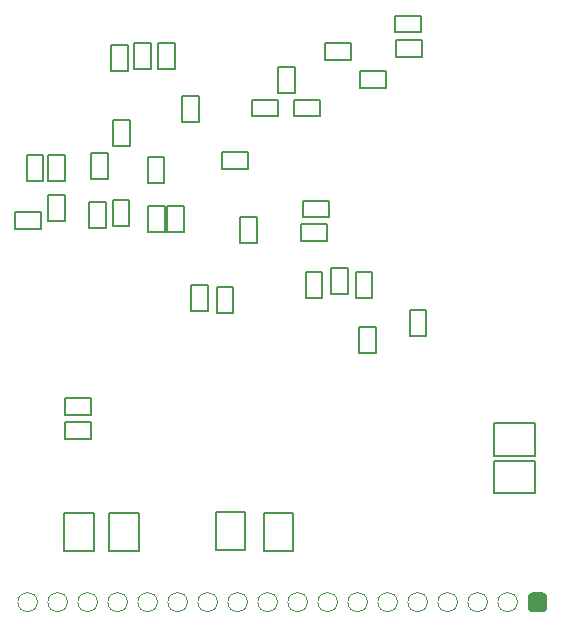
<source format=gbr>
%TF.GenerationSoftware,Altium Limited,Altium Designer,24.3.1 (35)*%
G04 Layer_Color=32768*
%FSLAX43Y43*%
%MOMM*%
%TF.SameCoordinates,9DAA59CA-406A-4E62-98C5-13318CB5E6F2*%
%TF.FilePolarity,Positive*%
%TF.FileFunction,Other,Bottom_3D_Body*%
%TF.Part,Single*%
G01*
G75*
%TA.AperFunction,NonConductor*%
%ADD41C,0.200*%
%ADD58C,0.013*%
G36*
X51887Y3185D02*
X52024Y3094D01*
X52115Y2958D01*
X52147Y2797D01*
X52139Y1972D01*
X52147D01*
X52115Y1811D01*
X52024Y1674D01*
X51887Y1583D01*
X51726Y1551D01*
X50901Y1559D01*
Y1551D01*
X50740Y1583D01*
X50604Y1674D01*
X50513Y1811D01*
X50481Y1972D01*
X50489Y2797D01*
X50481D01*
X50513Y2958D01*
X50604Y3094D01*
X50740Y3185D01*
X50901Y3217D01*
Y3209D01*
X51726D01*
Y3217D01*
X51887Y3185D01*
D02*
G37*
D41*
X19976Y35949D02*
X21376D01*
Y33749D02*
Y35949D01*
X19976Y33749D02*
X21376D01*
X19976D02*
Y35949D01*
X15353Y34257D02*
X16753D01*
X15353D02*
Y36457D01*
X16753D01*
Y34257D02*
Y36457D01*
X15328Y41039D02*
Y43239D01*
Y41039D02*
X16778D01*
Y43239D01*
X15328D02*
X16778D01*
X29349Y45458D02*
Y47658D01*
Y45458D02*
X30799D01*
Y47658D01*
X29349D02*
X30799D01*
X13347Y34028D02*
X14797D01*
X13347D02*
Y36228D01*
X14797D01*
Y34028D02*
Y36228D01*
X51103Y14805D02*
Y17555D01*
X47653Y14805D02*
X51103D01*
X47653D02*
Y17555D01*
X51103D01*
X24048Y10033D02*
X26548D01*
Y6833D02*
Y10033D01*
X24048Y6833D02*
X26548D01*
X24048D02*
Y10033D01*
X8063Y38067D02*
Y40267D01*
Y38067D02*
X9463D01*
Y40267D01*
X8063D02*
X9463D01*
X7028Y34022D02*
Y35422D01*
X9228D01*
Y34022D02*
Y35422D01*
X7028Y34022D02*
X9228D01*
X21983Y29218D02*
X23433D01*
Y27018D02*
Y29218D01*
X21983Y27018D02*
X23433D01*
X21983D02*
Y29218D01*
X31310Y34380D02*
X33510D01*
X31310Y32930D02*
Y34380D01*
Y32930D02*
X33510D01*
Y34380D01*
X33794Y28440D02*
Y30640D01*
Y28440D02*
X35244D01*
Y30640D01*
X33794D02*
X35244D01*
X36206Y23487D02*
X37606D01*
X36206D02*
Y25687D01*
X37606D01*
Y23487D02*
Y25687D01*
X11321Y19674D02*
X13521D01*
X11321Y18274D02*
Y19674D01*
Y18274D02*
X13521D01*
Y19674D01*
X11321Y17642D02*
X13521D01*
X11321Y16242D02*
Y17642D01*
Y16242D02*
X13521D01*
Y17642D01*
X15057Y6757D02*
Y9957D01*
Y6757D02*
X17557D01*
Y9957D01*
X15057D02*
X17557D01*
X28112Y6706D02*
Y9906D01*
Y6706D02*
X30612D01*
Y9906D01*
X28112D02*
X30612D01*
X47653Y14354D02*
X51103D01*
X47653Y11604D02*
Y14354D01*
Y11604D02*
X51103D01*
Y14354D01*
X24630Y39076D02*
X26830D01*
Y40476D01*
X24630D02*
X26830D01*
X24630Y39076D02*
Y40476D01*
X24141Y26891D02*
Y29091D01*
Y26891D02*
X25541D01*
Y29091D01*
X24141D02*
X25541D01*
X41899Y24960D02*
Y27160D01*
X40499D02*
X41899D01*
X40499Y24960D02*
Y27160D01*
Y24960D02*
X41899D01*
X31685Y28161D02*
Y30361D01*
Y28161D02*
X33085D01*
Y30361D01*
X31685D02*
X33085D01*
X37301Y28135D02*
Y30335D01*
X35901D02*
X37301D01*
X35901Y28135D02*
Y30335D01*
Y28135D02*
X37301D01*
X26122Y32758D02*
Y34958D01*
Y32758D02*
X27522D01*
Y34958D01*
X26122D02*
X27522D01*
X18299Y37889D02*
Y40089D01*
Y37889D02*
X19699D01*
Y40089D01*
X18299D02*
X19699D01*
X18325Y33723D02*
Y35923D01*
Y33723D02*
X19775D01*
Y35923D01*
X18325D02*
X19775D01*
X13499Y38194D02*
Y40394D01*
Y38194D02*
X14899D01*
Y40394D01*
X13499D02*
X14899D01*
X11266Y34638D02*
Y36838D01*
X9866D02*
X11266D01*
X9866Y34638D02*
Y36838D01*
Y34638D02*
X11266D01*
X9892Y38067D02*
Y40267D01*
Y38067D02*
X11292D01*
Y40267D01*
X9892D02*
X11292D01*
X15175Y47338D02*
Y49538D01*
Y47338D02*
X16625D01*
Y49538D01*
X15175D02*
X16625D01*
X17182Y47541D02*
Y49741D01*
Y47541D02*
X18582D01*
Y49741D01*
X17182D02*
X18582D01*
X19188Y47566D02*
Y49766D01*
Y47566D02*
X20588D01*
Y49766D01*
X19188D02*
X20588D01*
X22646Y43020D02*
Y45220D01*
X21246D02*
X22646D01*
X21246Y43020D02*
Y45220D01*
Y43020D02*
X22646D01*
X27119Y43521D02*
X29319D01*
Y44921D01*
X27119D02*
X29319D01*
X27119Y43521D02*
Y44921D01*
X30701D02*
X32901D01*
X30701Y43521D02*
Y44921D01*
Y43521D02*
X32901D01*
Y44921D01*
X36289Y45934D02*
X38489D01*
Y47334D01*
X36289D02*
X38489D01*
X36289Y45934D02*
Y47334D01*
X33292Y49722D02*
X35492D01*
X33292Y48322D02*
Y49722D01*
Y48322D02*
X35492D01*
Y49722D01*
X39311Y48576D02*
X41511D01*
Y50026D01*
X39311D02*
X41511D01*
X39311Y48576D02*
Y50026D01*
X39261Y50633D02*
X41461D01*
Y52033D01*
X39261D02*
X41461D01*
X39261Y50633D02*
Y52033D01*
X31437Y36362D02*
X33637D01*
X31437Y34962D02*
Y36362D01*
Y34962D02*
X33637D01*
Y36362D01*
X11247Y6706D02*
Y9906D01*
Y6706D02*
X13747D01*
Y9906D01*
X11247D02*
X13747D01*
D58*
X41979Y2384D02*
G03*
X41979Y2384I-825J0D01*
G01*
X39439D02*
G03*
X39439Y2384I-825J0D01*
G01*
X44519D02*
G03*
X44519Y2384I-825J0D01*
G01*
X36899D02*
G03*
X36899Y2384I-825J0D01*
G01*
X47059D02*
G03*
X47059Y2384I-825J0D01*
G01*
X14039D02*
G03*
X14039Y2384I-825J0D01*
G01*
X11499D02*
G03*
X11499Y2384I-825J0D01*
G01*
X8959D02*
G03*
X8959Y2384I-825J0D01*
G01*
X49599D02*
G03*
X49599Y2384I-825J0D01*
G01*
X21659D02*
G03*
X21659Y2384I-825J0D01*
G01*
X24199D02*
G03*
X24199Y2384I-825J0D01*
G01*
X31819D02*
G03*
X31819Y2384I-825J0D01*
G01*
X16579D02*
G03*
X16579Y2384I-825J0D01*
G01*
X29279D02*
G03*
X29279Y2384I-825J0D01*
G01*
X26739D02*
G03*
X26739Y2384I-825J0D01*
G01*
X34359D02*
G03*
X34359Y2384I-825J0D01*
G01*
X19119D02*
G03*
X19119Y2384I-825J0D01*
G01*
X16579D02*
G03*
X16579Y2384I-825J0D01*
G01*
X19119D02*
G03*
X19119Y2384I-825J0D01*
G01*
X21659D02*
G03*
X21659Y2384I-825J0D01*
G01*
X24199D02*
G03*
X24199Y2384I-825J0D01*
G01*
X26739D02*
G03*
X26739Y2384I-825J0D01*
G01*
X29279D02*
G03*
X29279Y2384I-825J0D01*
G01*
X31819D02*
G03*
X31819Y2384I-825J0D01*
G01*
X34359D02*
G03*
X34359Y2384I-825J0D01*
G01*
X36899D02*
G03*
X36899Y2384I-825J0D01*
G01*
X47059D02*
G03*
X47059Y2384I-825J0D01*
G01*
X49599D02*
G03*
X49599Y2384I-825J0D01*
G01*
X44519D02*
G03*
X44519Y2384I-825J0D01*
G01*
X41979D02*
G03*
X41979Y2384I-825J0D01*
G01*
X39439D02*
G03*
X39439Y2384I-825J0D01*
G01*
X14039D02*
G03*
X14039Y2384I-825J0D01*
G01*
X11499D02*
G03*
X11499Y2384I-825J0D01*
G01*
X8959D02*
G03*
X8959Y2384I-825J0D01*
G01*
%TF.MD5,2b068f7682037aa5165c917ee99e701a*%
M02*

</source>
